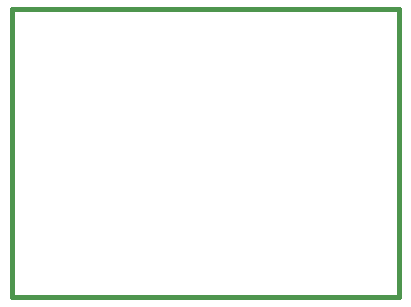
<source format=gbr>
G04 (created by PCBNEW (2011-nov-30)-testing) date Thu 18 Oct 2012 10:53:08 EDT*
%MOIN*%
G04 Gerber Fmt 3.4, Leading zero omitted, Abs format*
%FSLAX34Y34*%
G01*
G70*
G90*
G04 APERTURE LIST*
%ADD10C,3.93701e-06*%
%ADD11C,0.015*%
G04 APERTURE END LIST*
G54D10*
G54D11*
X62500Y-45800D02*
X49600Y-45800D01*
X62500Y-36200D02*
X62500Y-45800D01*
X49600Y-36200D02*
X62500Y-36200D01*
X49600Y-36300D02*
X49600Y-36200D01*
X49600Y-45800D02*
X49600Y-36300D01*
M02*

</source>
